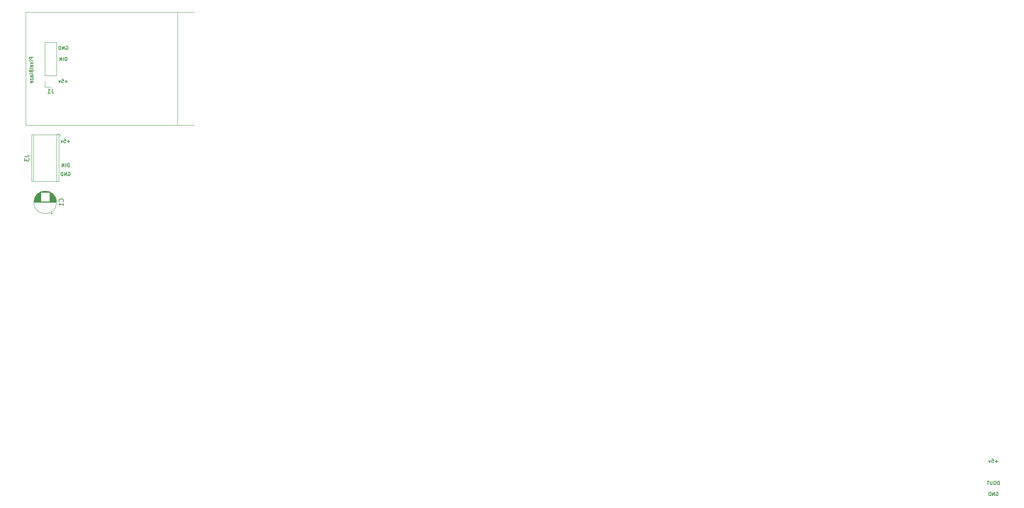
<source format=gbr>
G04 #@! TF.GenerationSoftware,KiCad,Pcbnew,(5.1.5-0-10_14)*
G04 #@! TF.CreationDate,2020-02-16T18:48:00-08:00*
G04 #@! TF.ProjectId,SpectrumAnayzerMini32,53706563-7472-4756-9d41-6e61797a6572,rev?*
G04 #@! TF.SameCoordinates,Original*
G04 #@! TF.FileFunction,Legend,Bot*
G04 #@! TF.FilePolarity,Positive*
%FSLAX46Y46*%
G04 Gerber Fmt 4.6, Leading zero omitted, Abs format (unit mm)*
G04 Created by KiCad (PCBNEW (5.1.5-0-10_14)) date 2020-02-16 18:48:00*
%MOMM*%
%LPD*%
G04 APERTURE LIST*
%ADD10C,0.150000*%
%ADD11C,0.120000*%
G04 APERTURE END LIST*
D10*
X23221904Y-40900714D02*
X22421904Y-40900714D01*
X22421904Y-41205476D01*
X22460000Y-41281666D01*
X22498095Y-41319761D01*
X22574285Y-41357857D01*
X22688571Y-41357857D01*
X22764761Y-41319761D01*
X22802857Y-41281666D01*
X22840952Y-41205476D01*
X22840952Y-40900714D01*
X23221904Y-41700714D02*
X22688571Y-41700714D01*
X22421904Y-41700714D02*
X22460000Y-41662619D01*
X22498095Y-41700714D01*
X22460000Y-41738809D01*
X22421904Y-41700714D01*
X22498095Y-41700714D01*
X23221904Y-42005476D02*
X22688571Y-42424523D01*
X22688571Y-42005476D02*
X23221904Y-42424523D01*
X23183809Y-43034047D02*
X23221904Y-42957857D01*
X23221904Y-42805476D01*
X23183809Y-42729285D01*
X23107619Y-42691190D01*
X22802857Y-42691190D01*
X22726666Y-42729285D01*
X22688571Y-42805476D01*
X22688571Y-42957857D01*
X22726666Y-43034047D01*
X22802857Y-43072142D01*
X22879047Y-43072142D01*
X22955238Y-42691190D01*
X23221904Y-43529285D02*
X23183809Y-43453095D01*
X23107619Y-43415000D01*
X22421904Y-43415000D01*
X22802857Y-44100714D02*
X22840952Y-44215000D01*
X22879047Y-44253095D01*
X22955238Y-44291190D01*
X23069523Y-44291190D01*
X23145714Y-44253095D01*
X23183809Y-44215000D01*
X23221904Y-44138809D01*
X23221904Y-43834047D01*
X22421904Y-43834047D01*
X22421904Y-44100714D01*
X22460000Y-44176904D01*
X22498095Y-44215000D01*
X22574285Y-44253095D01*
X22650476Y-44253095D01*
X22726666Y-44215000D01*
X22764761Y-44176904D01*
X22802857Y-44100714D01*
X22802857Y-43834047D01*
X23221904Y-44748333D02*
X23183809Y-44672142D01*
X23107619Y-44634047D01*
X22421904Y-44634047D01*
X23221904Y-45395952D02*
X22802857Y-45395952D01*
X22726666Y-45357857D01*
X22688571Y-45281666D01*
X22688571Y-45129285D01*
X22726666Y-45053095D01*
X23183809Y-45395952D02*
X23221904Y-45319761D01*
X23221904Y-45129285D01*
X23183809Y-45053095D01*
X23107619Y-45015000D01*
X23031428Y-45015000D01*
X22955238Y-45053095D01*
X22917142Y-45129285D01*
X22917142Y-45319761D01*
X22879047Y-45395952D01*
X22688571Y-45700714D02*
X22688571Y-46119761D01*
X23221904Y-45700714D01*
X23221904Y-46119761D01*
X23183809Y-46729285D02*
X23221904Y-46653095D01*
X23221904Y-46500714D01*
X23183809Y-46424523D01*
X23107619Y-46386428D01*
X22802857Y-46386428D01*
X22726666Y-46424523D01*
X22688571Y-46500714D01*
X22688571Y-46653095D01*
X22726666Y-46729285D01*
X22802857Y-46767380D01*
X22879047Y-46767380D01*
X22955238Y-46386428D01*
D11*
X56515000Y-30480000D02*
X56515000Y-56515000D01*
X21590000Y-30480000D02*
X60325000Y-30480000D01*
X21590000Y-56515000D02*
X21590000Y-30480000D01*
X60325000Y-56515000D02*
X21590000Y-56515000D01*
D10*
X245827380Y-139426904D02*
X245827380Y-138626904D01*
X245636904Y-138626904D01*
X245522619Y-138665000D01*
X245446428Y-138741190D01*
X245408333Y-138817380D01*
X245370238Y-138969761D01*
X245370238Y-139084047D01*
X245408333Y-139236428D01*
X245446428Y-139312619D01*
X245522619Y-139388809D01*
X245636904Y-139426904D01*
X245827380Y-139426904D01*
X244875000Y-138626904D02*
X244722619Y-138626904D01*
X244646428Y-138665000D01*
X244570238Y-138741190D01*
X244532142Y-138893571D01*
X244532142Y-139160238D01*
X244570238Y-139312619D01*
X244646428Y-139388809D01*
X244722619Y-139426904D01*
X244875000Y-139426904D01*
X244951190Y-139388809D01*
X245027380Y-139312619D01*
X245065476Y-139160238D01*
X245065476Y-138893571D01*
X245027380Y-138741190D01*
X244951190Y-138665000D01*
X244875000Y-138626904D01*
X244189285Y-138626904D02*
X244189285Y-139274523D01*
X244151190Y-139350714D01*
X244113095Y-139388809D01*
X244036904Y-139426904D01*
X243884523Y-139426904D01*
X243808333Y-139388809D01*
X243770238Y-139350714D01*
X243732142Y-139274523D01*
X243732142Y-138626904D01*
X243465476Y-138626904D02*
X243008333Y-138626904D01*
X243236904Y-139426904D02*
X243236904Y-138626904D01*
X245084523Y-141205000D02*
X245160714Y-141166904D01*
X245275000Y-141166904D01*
X245389285Y-141205000D01*
X245465476Y-141281190D01*
X245503571Y-141357380D01*
X245541666Y-141509761D01*
X245541666Y-141624047D01*
X245503571Y-141776428D01*
X245465476Y-141852619D01*
X245389285Y-141928809D01*
X245275000Y-141966904D01*
X245198809Y-141966904D01*
X245084523Y-141928809D01*
X245046428Y-141890714D01*
X245046428Y-141624047D01*
X245198809Y-141624047D01*
X244703571Y-141966904D02*
X244703571Y-141166904D01*
X244246428Y-141966904D01*
X244246428Y-141166904D01*
X243865476Y-141966904D02*
X243865476Y-141166904D01*
X243675000Y-141166904D01*
X243560714Y-141205000D01*
X243484523Y-141281190D01*
X243446428Y-141357380D01*
X243408333Y-141509761D01*
X243408333Y-141624047D01*
X243446428Y-141776428D01*
X243484523Y-141852619D01*
X243560714Y-141928809D01*
X243675000Y-141966904D01*
X243865476Y-141966904D01*
X245465476Y-134042142D02*
X244855952Y-134042142D01*
X245160714Y-134346904D02*
X245160714Y-133737380D01*
X244094047Y-133546904D02*
X244475000Y-133546904D01*
X244513095Y-133927857D01*
X244475000Y-133889761D01*
X244398809Y-133851666D01*
X244208333Y-133851666D01*
X244132142Y-133889761D01*
X244094047Y-133927857D01*
X244055952Y-134004047D01*
X244055952Y-134194523D01*
X244094047Y-134270714D01*
X244132142Y-134308809D01*
X244208333Y-134346904D01*
X244398809Y-134346904D01*
X244475000Y-134308809D01*
X244513095Y-134270714D01*
X243789285Y-133813571D02*
X243598809Y-134346904D01*
X243408333Y-133813571D01*
X30835523Y-38335000D02*
X30911714Y-38296904D01*
X31026000Y-38296904D01*
X31140285Y-38335000D01*
X31216476Y-38411190D01*
X31254571Y-38487380D01*
X31292666Y-38639761D01*
X31292666Y-38754047D01*
X31254571Y-38906428D01*
X31216476Y-38982619D01*
X31140285Y-39058809D01*
X31026000Y-39096904D01*
X30949809Y-39096904D01*
X30835523Y-39058809D01*
X30797428Y-39020714D01*
X30797428Y-38754047D01*
X30949809Y-38754047D01*
X30454571Y-39096904D02*
X30454571Y-38296904D01*
X29997428Y-39096904D01*
X29997428Y-38296904D01*
X29616476Y-39096904D02*
X29616476Y-38296904D01*
X29426000Y-38296904D01*
X29311714Y-38335000D01*
X29235523Y-38411190D01*
X29197428Y-38487380D01*
X29159333Y-38639761D01*
X29159333Y-38754047D01*
X29197428Y-38906428D01*
X29235523Y-38982619D01*
X29311714Y-39058809D01*
X29426000Y-39096904D01*
X29616476Y-39096904D01*
X31216476Y-46412142D02*
X30606952Y-46412142D01*
X30911714Y-46716904D02*
X30911714Y-46107380D01*
X29845047Y-45916904D02*
X30226000Y-45916904D01*
X30264095Y-46297857D01*
X30226000Y-46259761D01*
X30149809Y-46221666D01*
X29959333Y-46221666D01*
X29883142Y-46259761D01*
X29845047Y-46297857D01*
X29806952Y-46374047D01*
X29806952Y-46564523D01*
X29845047Y-46640714D01*
X29883142Y-46678809D01*
X29959333Y-46716904D01*
X30149809Y-46716904D01*
X30226000Y-46678809D01*
X30264095Y-46640714D01*
X29540285Y-46183571D02*
X29349809Y-46716904D01*
X29159333Y-46183571D01*
X31343523Y-67418000D02*
X31419714Y-67379904D01*
X31534000Y-67379904D01*
X31648285Y-67418000D01*
X31724476Y-67494190D01*
X31762571Y-67570380D01*
X31800666Y-67722761D01*
X31800666Y-67837047D01*
X31762571Y-67989428D01*
X31724476Y-68065619D01*
X31648285Y-68141809D01*
X31534000Y-68179904D01*
X31457809Y-68179904D01*
X31343523Y-68141809D01*
X31305428Y-68103714D01*
X31305428Y-67837047D01*
X31457809Y-67837047D01*
X30962571Y-68179904D02*
X30962571Y-67379904D01*
X30505428Y-68179904D01*
X30505428Y-67379904D01*
X30124476Y-68179904D02*
X30124476Y-67379904D01*
X29934000Y-67379904D01*
X29819714Y-67418000D01*
X29743523Y-67494190D01*
X29705428Y-67570380D01*
X29667333Y-67722761D01*
X29667333Y-67837047D01*
X29705428Y-67989428D01*
X29743523Y-68065619D01*
X29819714Y-68141809D01*
X29934000Y-68179904D01*
X30124476Y-68179904D01*
X31724476Y-60255142D02*
X31114952Y-60255142D01*
X31419714Y-60559904D02*
X31419714Y-59950380D01*
X30353047Y-59759904D02*
X30734000Y-59759904D01*
X30772095Y-60140857D01*
X30734000Y-60102761D01*
X30657809Y-60064666D01*
X30467333Y-60064666D01*
X30391142Y-60102761D01*
X30353047Y-60140857D01*
X30314952Y-60217047D01*
X30314952Y-60407523D01*
X30353047Y-60483714D01*
X30391142Y-60521809D01*
X30467333Y-60559904D01*
X30657809Y-60559904D01*
X30734000Y-60521809D01*
X30772095Y-60483714D01*
X30048285Y-60026571D02*
X29857809Y-60559904D01*
X29667333Y-60026571D01*
X31045047Y-41636904D02*
X31045047Y-40836904D01*
X30854571Y-40836904D01*
X30740285Y-40875000D01*
X30664095Y-40951190D01*
X30626000Y-41027380D01*
X30587904Y-41179761D01*
X30587904Y-41294047D01*
X30626000Y-41446428D01*
X30664095Y-41522619D01*
X30740285Y-41598809D01*
X30854571Y-41636904D01*
X31045047Y-41636904D01*
X30245047Y-41636904D02*
X30245047Y-40836904D01*
X29864095Y-41636904D02*
X29864095Y-40836904D01*
X29406952Y-41636904D01*
X29406952Y-40836904D01*
X31553047Y-66147904D02*
X31553047Y-65347904D01*
X31362571Y-65347904D01*
X31248285Y-65386000D01*
X31172095Y-65462190D01*
X31134000Y-65538380D01*
X31095904Y-65690761D01*
X31095904Y-65805047D01*
X31134000Y-65957428D01*
X31172095Y-66033619D01*
X31248285Y-66109809D01*
X31362571Y-66147904D01*
X31553047Y-66147904D01*
X30753047Y-66147904D02*
X30753047Y-65347904D01*
X30372095Y-66147904D02*
X30372095Y-65347904D01*
X29914952Y-66147904D01*
X29914952Y-65347904D01*
D11*
X29435000Y-58525000D02*
X29435000Y-59025000D01*
X28695000Y-58525000D02*
X29435000Y-58525000D01*
X22875000Y-69505000D02*
X29195000Y-69505000D01*
X22875000Y-58765000D02*
X29195000Y-58765000D01*
X29195000Y-58765000D02*
X29195000Y-69505000D01*
X22875000Y-58765000D02*
X22875000Y-69505000D01*
X23335000Y-58765000D02*
X23335000Y-69505000D01*
X28635000Y-58765000D02*
X28635000Y-69505000D01*
X25975000Y-47685000D02*
X27305000Y-47685000D01*
X25975000Y-46355000D02*
X25975000Y-47685000D01*
X25975000Y-45085000D02*
X28635000Y-45085000D01*
X28635000Y-45085000D02*
X28635000Y-37405000D01*
X25975000Y-45085000D02*
X25975000Y-37405000D01*
X25975000Y-37405000D02*
X28635000Y-37405000D01*
X27760000Y-76869775D02*
X27260000Y-76869775D01*
X27510000Y-77119775D02*
X27510000Y-76619775D01*
X26319000Y-71714000D02*
X25751000Y-71714000D01*
X26553000Y-71754000D02*
X25517000Y-71754000D01*
X26712000Y-71794000D02*
X25358000Y-71794000D01*
X26840000Y-71834000D02*
X25230000Y-71834000D01*
X26950000Y-71874000D02*
X25120000Y-71874000D01*
X27046000Y-71914000D02*
X25024000Y-71914000D01*
X27133000Y-71954000D02*
X24937000Y-71954000D01*
X27213000Y-71994000D02*
X24857000Y-71994000D01*
X24995000Y-72034000D02*
X24784000Y-72034000D01*
X27286000Y-72034000D02*
X27075000Y-72034000D01*
X24995000Y-72074000D02*
X24716000Y-72074000D01*
X27354000Y-72074000D02*
X27075000Y-72074000D01*
X24995000Y-72114000D02*
X24652000Y-72114000D01*
X27418000Y-72114000D02*
X27075000Y-72114000D01*
X24995000Y-72154000D02*
X24592000Y-72154000D01*
X27478000Y-72154000D02*
X27075000Y-72154000D01*
X24995000Y-72194000D02*
X24535000Y-72194000D01*
X27535000Y-72194000D02*
X27075000Y-72194000D01*
X24995000Y-72234000D02*
X24481000Y-72234000D01*
X27589000Y-72234000D02*
X27075000Y-72234000D01*
X24995000Y-72274000D02*
X24430000Y-72274000D01*
X27640000Y-72274000D02*
X27075000Y-72274000D01*
X24995000Y-72314000D02*
X24382000Y-72314000D01*
X27688000Y-72314000D02*
X27075000Y-72314000D01*
X24995000Y-72354000D02*
X24336000Y-72354000D01*
X27734000Y-72354000D02*
X27075000Y-72354000D01*
X24995000Y-72394000D02*
X24292000Y-72394000D01*
X27778000Y-72394000D02*
X27075000Y-72394000D01*
X24995000Y-72434000D02*
X24250000Y-72434000D01*
X27820000Y-72434000D02*
X27075000Y-72434000D01*
X24995000Y-72474000D02*
X24209000Y-72474000D01*
X27861000Y-72474000D02*
X27075000Y-72474000D01*
X24995000Y-72514000D02*
X24171000Y-72514000D01*
X27899000Y-72514000D02*
X27075000Y-72514000D01*
X24995000Y-72554000D02*
X24134000Y-72554000D01*
X27936000Y-72554000D02*
X27075000Y-72554000D01*
X24995000Y-72594000D02*
X24098000Y-72594000D01*
X27972000Y-72594000D02*
X27075000Y-72594000D01*
X24995000Y-72634000D02*
X24064000Y-72634000D01*
X28006000Y-72634000D02*
X27075000Y-72634000D01*
X24995000Y-72674000D02*
X24031000Y-72674000D01*
X28039000Y-72674000D02*
X27075000Y-72674000D01*
X24995000Y-72714000D02*
X24000000Y-72714000D01*
X28070000Y-72714000D02*
X27075000Y-72714000D01*
X24995000Y-72754000D02*
X23970000Y-72754000D01*
X28100000Y-72754000D02*
X27075000Y-72754000D01*
X24995000Y-72794000D02*
X23940000Y-72794000D01*
X28130000Y-72794000D02*
X27075000Y-72794000D01*
X24995000Y-72834000D02*
X23913000Y-72834000D01*
X28157000Y-72834000D02*
X27075000Y-72834000D01*
X24995000Y-72874000D02*
X23886000Y-72874000D01*
X28184000Y-72874000D02*
X27075000Y-72874000D01*
X24995000Y-72914000D02*
X23860000Y-72914000D01*
X28210000Y-72914000D02*
X27075000Y-72914000D01*
X24995000Y-72954000D02*
X23835000Y-72954000D01*
X28235000Y-72954000D02*
X27075000Y-72954000D01*
X24995000Y-72994000D02*
X23811000Y-72994000D01*
X28259000Y-72994000D02*
X27075000Y-72994000D01*
X24995000Y-73034000D02*
X23788000Y-73034000D01*
X28282000Y-73034000D02*
X27075000Y-73034000D01*
X24995000Y-73074000D02*
X23767000Y-73074000D01*
X28303000Y-73074000D02*
X27075000Y-73074000D01*
X24995000Y-73114000D02*
X23745000Y-73114000D01*
X28325000Y-73114000D02*
X27075000Y-73114000D01*
X24995000Y-73154000D02*
X23725000Y-73154000D01*
X28345000Y-73154000D02*
X27075000Y-73154000D01*
X24995000Y-73194000D02*
X23706000Y-73194000D01*
X28364000Y-73194000D02*
X27075000Y-73194000D01*
X24995000Y-73234000D02*
X23687000Y-73234000D01*
X28383000Y-73234000D02*
X27075000Y-73234000D01*
X24995000Y-73274000D02*
X23670000Y-73274000D01*
X28400000Y-73274000D02*
X27075000Y-73274000D01*
X24995000Y-73314000D02*
X23653000Y-73314000D01*
X28417000Y-73314000D02*
X27075000Y-73314000D01*
X24995000Y-73354000D02*
X23637000Y-73354000D01*
X28433000Y-73354000D02*
X27075000Y-73354000D01*
X24995000Y-73394000D02*
X23621000Y-73394000D01*
X28449000Y-73394000D02*
X27075000Y-73394000D01*
X24995000Y-73434000D02*
X23607000Y-73434000D01*
X28463000Y-73434000D02*
X27075000Y-73434000D01*
X24995000Y-73474000D02*
X23593000Y-73474000D01*
X28477000Y-73474000D02*
X27075000Y-73474000D01*
X24995000Y-73514000D02*
X23580000Y-73514000D01*
X28490000Y-73514000D02*
X27075000Y-73514000D01*
X24995000Y-73554000D02*
X23567000Y-73554000D01*
X28503000Y-73554000D02*
X27075000Y-73554000D01*
X24995000Y-73594000D02*
X23555000Y-73594000D01*
X28515000Y-73594000D02*
X27075000Y-73594000D01*
X24995000Y-73635000D02*
X23544000Y-73635000D01*
X28526000Y-73635000D02*
X27075000Y-73635000D01*
X24995000Y-73675000D02*
X23534000Y-73675000D01*
X28536000Y-73675000D02*
X27075000Y-73675000D01*
X24995000Y-73715000D02*
X23524000Y-73715000D01*
X28546000Y-73715000D02*
X27075000Y-73715000D01*
X24995000Y-73755000D02*
X23515000Y-73755000D01*
X28555000Y-73755000D02*
X27075000Y-73755000D01*
X24995000Y-73795000D02*
X23507000Y-73795000D01*
X28563000Y-73795000D02*
X27075000Y-73795000D01*
X24995000Y-73835000D02*
X23499000Y-73835000D01*
X28571000Y-73835000D02*
X27075000Y-73835000D01*
X24995000Y-73875000D02*
X23492000Y-73875000D01*
X28578000Y-73875000D02*
X27075000Y-73875000D01*
X24995000Y-73915000D02*
X23485000Y-73915000D01*
X28585000Y-73915000D02*
X27075000Y-73915000D01*
X24995000Y-73955000D02*
X23479000Y-73955000D01*
X28591000Y-73955000D02*
X27075000Y-73955000D01*
X24995000Y-73995000D02*
X23474000Y-73995000D01*
X28596000Y-73995000D02*
X27075000Y-73995000D01*
X24995000Y-74035000D02*
X23470000Y-74035000D01*
X28600000Y-74035000D02*
X27075000Y-74035000D01*
X24995000Y-74075000D02*
X23466000Y-74075000D01*
X28604000Y-74075000D02*
X27075000Y-74075000D01*
X28608000Y-74115000D02*
X23462000Y-74115000D01*
X28611000Y-74155000D02*
X23459000Y-74155000D01*
X28613000Y-74195000D02*
X23457000Y-74195000D01*
X28614000Y-74235000D02*
X23456000Y-74235000D01*
X28615000Y-74275000D02*
X23455000Y-74275000D01*
X28615000Y-74315000D02*
X23455000Y-74315000D01*
X28655000Y-74315000D02*
G75*
G03X28655000Y-74315000I-2620000J0D01*
G01*
D10*
X21327380Y-63801666D02*
X22041666Y-63801666D01*
X22184523Y-63754047D01*
X22279761Y-63658809D01*
X22327380Y-63515952D01*
X22327380Y-63420714D01*
X21327380Y-64182619D02*
X21327380Y-64801666D01*
X21708333Y-64468333D01*
X21708333Y-64611190D01*
X21755952Y-64706428D01*
X21803571Y-64754047D01*
X21898809Y-64801666D01*
X22136904Y-64801666D01*
X22232142Y-64754047D01*
X22279761Y-64706428D01*
X22327380Y-64611190D01*
X22327380Y-64325476D01*
X22279761Y-64230238D01*
X22232142Y-64182619D01*
X27638333Y-48137380D02*
X27638333Y-48851666D01*
X27685952Y-48994523D01*
X27781190Y-49089761D01*
X27924047Y-49137380D01*
X28019285Y-49137380D01*
X26638333Y-49137380D02*
X27209761Y-49137380D01*
X26924047Y-49137380D02*
X26924047Y-48137380D01*
X27019285Y-48280238D01*
X27114523Y-48375476D01*
X27209761Y-48423095D01*
X30142142Y-74148333D02*
X30189761Y-74100714D01*
X30237380Y-73957857D01*
X30237380Y-73862619D01*
X30189761Y-73719761D01*
X30094523Y-73624523D01*
X29999285Y-73576904D01*
X29808809Y-73529285D01*
X29665952Y-73529285D01*
X29475476Y-73576904D01*
X29380238Y-73624523D01*
X29285000Y-73719761D01*
X29237380Y-73862619D01*
X29237380Y-73957857D01*
X29285000Y-74100714D01*
X29332619Y-74148333D01*
X30237380Y-75100714D02*
X30237380Y-74529285D01*
X30237380Y-74815000D02*
X29237380Y-74815000D01*
X29380238Y-74719761D01*
X29475476Y-74624523D01*
X29523095Y-74529285D01*
M02*

</source>
